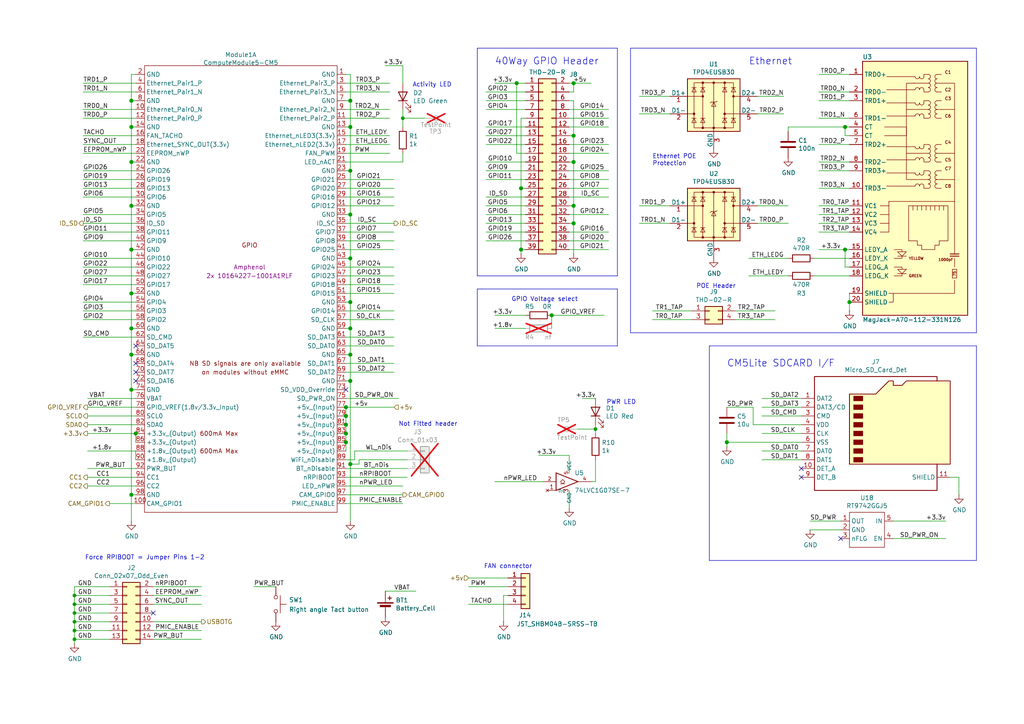
<source format=kicad_sch>
(kicad_sch (version 20250114) (generator "eeschema") (generator_version "9.0")
  (paper "A4")
  (title_block (title "Compute Module 5 IO Board - GPIO - Ethernet") (rev "1") (company "Copyright © 2024 Raspberry Pi Ltd.") (comment 1 "www.raspberrypi.com"))
  (text "40Way GPIO Header" (at 143.51 19.05 0) (effects (font (size 2.007 2.007)) (justify left bottom)))
  (text "Activity LED" (at 119.634 25.4 0) (effects (font (size 1.27 1.27)) (justify left bottom)))
  (text "FAN connector\n" (at 140.335 165.1 0) (effects (font (size 1.27 1.27)) (justify left bottom)))
  (text "Ethernet POE\nProtection" (at 189.23 48.26 0) (effects (font (size 1.27 1.27)) (justify left bottom)))
  (text "GPIO Voltage select\n" (at 167.64 87.63 0) (effects (font (size 1.27 1.27)) (justify right bottom)))
  (text "Not Fitted header" (at 132.715 123.825 0) (effects (font (size 1.27 1.27)) (justify right bottom)))
  (text "POE Header" (at 201.93 83.82 0) (effects (font (size 1.27 1.27)) (justify left bottom)))
  (text "Force RPIBOOT = Jumper Pins 1-2 \n" (at 60.325 162.56 0) (effects (font (size 1.27 1.27)) (justify right bottom)))
  (text "PWR LED" (at 175.895 117.475 0) (effects (font (size 1.27 1.27)) (justify left bottom)))
  (text "Ethernet" (at 217.17 19.05 0) (effects (font (size 2.0066 2.0066)) (justify left bottom)))
  (text "CM5Lite SDCARD I/F" (at 210.82 106.68 0) (effects (font (size 2.007 2.007)) (justify left bottom)))
  (junction (at 101.6 36.83) (diameter 1.016))
  (junction (at 245.11 72.39) (diameter 1.016))
  (junction (at 101.6 29.21) (diameter 1.016))
  (junction (at 101.6 102.87) (diameter 1.016))
  (junction (at 38.1 113.03) (diameter 1.016))
  (junction (at 246.38 87.63) (diameter 1.016))
  (junction (at 38.1 46.99) (diameter 1.016))
  (junction (at 100.33 125.73) (diameter 1.016))
  (junction (at 151.13 54.61) (diameter 1.016))
  (junction (at 166.37 39.37) (diameter 1.016))
  (junction (at 21.59 175.26))
  (junction (at 38.1 72.39) (diameter 1.016))
  (junction (at 100.33 123.19) (diameter 1.016))
  (junction (at 38.1 143.51) (diameter 1.016))
  (junction (at 166.37 59.69) (diameter 1.016))
  (junction (at 38.1 59.69) (diameter 1.016))
  (junction (at 101.6 62.23) (diameter 1.016))
  (junction (at 38.1 95.25) (diameter 1.016))
  (junction (at 100.33 118.11) (diameter 1.016))
  (junction (at 101.6 95.25) (diameter 1.016))
  (junction (at 166.37 64.77) (diameter 1.016))
  (junction (at 210.82 128.27) (diameter 1.016))
  (junction (at 166.37 24.13) (diameter 1.016))
  (junction (at 101.6 87.63) (diameter 1.016))
  (junction (at 166.37 46.99) (diameter 1.016))
  (junction (at 38.1 85.09) (diameter 1.016))
  (junction (at 100.33 120.65) (diameter 1.016))
  (junction (at 172.72 124.46))
  (junction (at 38.1 36.83) (diameter 1.016))
  (junction (at 39.37 125.73) (diameter 1.016))
  (junction (at 21.59 172.72))
  (junction (at 38.1 102.87) (diameter 1.016))
  (junction (at 160.02 91.44) (diameter 1.016))
  (junction (at 38.1 29.21) (diameter 1.016))
  (junction (at 21.59 177.8))
  (junction (at 245.11 36.83) (diameter 1.016))
  (junction (at 100.33 128.27) (diameter 1.016))
  (junction (at 116.84 34.29))
  (junction (at 151.13 72.39) (diameter 1.016))
  (junction (at 21.59 185.42))
  (junction (at 101.6 110.49) (diameter 1.016))
  (junction (at 101.6 134.62) (diameter 1.016))
  (junction (at 101.6 49.53) (diameter 1.016))
  (junction (at 21.59 182.88))
  (junction (at 21.59 180.34))
  (junction (at 101.6 74.93) (diameter 1.016))
  (junction (at 149.86 24.13) (diameter 1.016))
  (no_connect (at 39.37 107.95))
  (no_connect (at 100.33 113.03))
  (no_connect (at 39.37 100.33))
  (no_connect (at 243.84 156.21))
  (no_connect (at 39.37 105.41))
  (no_connect (at 232.41 138.43))
  (no_connect (at 232.41 135.89))
  (no_connect (at 44.45 177.8))
  (no_connect (at 39.37 110.49))
  (wire (pts (xy 275.59 138.43) (xy 278.13 138.43)))
  (wire (pts (xy 101.6 110.49) (xy 101.6 134.62)))
  (polyline (pts (xy 138.43 13.97) (xy 138.43 80.01)) (stroke (width 0) (type solid)))
  (wire (pts (xy 44.45 175.26) (xy 58.42 175.26)))
  (polyline (pts (xy 138.43 80.01) (xy 179.07 80.01)) (stroke (width 0) (type solid)))
  (wire (pts (xy 100.33 135.89) (xy 118.11 135.89)))
  (wire (pts (xy 100.33 102.87) (xy 101.6 102.87)))
  (wire (pts (xy 24.13 90.17) (xy 39.37 90.17)))
  (wire (pts (xy 39.37 133.35) (xy 39.37 130.81)))
  (wire (pts (xy 237.49 41.91) (xy 246.38 41.91)))
  (wire (pts (xy 165.1 52.07) (xy 176.53 52.07)))
  (wire (pts (xy 24.13 44.45) (xy 39.37 44.45)))
  (wire (pts (xy 100.33 95.25) (xy 101.6 95.25)))
  (wire (pts (xy 165.1 34.29) (xy 176.53 34.29)))
  (wire (pts (xy 101.6 102.87) (xy 101.6 110.49)))
  (wire (pts (xy 100.33 100.33) (xy 114.3 100.33)))
  (wire (pts (xy 217.17 74.93) (xy 228.6 74.93)))
  (wire (pts (xy 39.37 128.27) (xy 39.37 125.73)))
  (wire (pts (xy 21.59 172.72) (xy 31.75 172.72)))
  (wire (pts (xy 111.76 171.45) (xy 120.65 171.45)))
  (wire (pts (xy 100.33 118.11) (xy 114.3 118.11)))
  (wire (pts (xy 101.6 36.83) (xy 101.6 49.53)))
  (wire (pts (xy 44.45 172.72) (xy 58.42 172.72)))
  (polyline (pts (xy 179.07 83.82) (xy 179.07 100.33)) (stroke (width 0) (type solid)))
  (wire (pts (xy 24.13 92.71) (xy 39.37 92.71)))
  (wire (pts (xy 116.84 36.83) (xy 116.84 34.29)))
  (wire (pts (xy 24.13 31.75) (xy 39.37 31.75)))
  (wire (pts (xy 24.13 77.47) (xy 39.37 77.47)))
  (wire (pts (xy 100.33 29.21) (xy 101.6 29.21)))
  (wire (pts (xy 220.98 120.65) (xy 232.41 120.65)))
  (wire (pts (xy 21.59 170.18) (xy 31.75 170.18)))
  (wire (pts (xy 100.33 90.17) (xy 114.3 90.17)))
  (wire (pts (xy 21.59 185.42) (xy 31.75 185.42)))
  (wire (pts (xy 24.13 82.55) (xy 39.37 82.55)))
  (wire (pts (xy 166.37 64.77) (xy 166.37 59.69)))
  (wire (pts (xy 24.13 80.01) (xy 39.37 80.01)))
  (wire (pts (xy 100.33 34.29) (xy 113.03 34.29)))
  (wire (pts (xy 39.37 36.83) (xy 38.1 36.83)))
  (wire (pts (xy 100.33 44.45) (xy 113.03 44.45)))
  (wire (pts (xy 100.33 31.75) (xy 113.03 31.75)))
  (wire (pts (xy 102.87 133.35) (xy 102.87 130.81)))
  (wire (pts (xy 24.13 67.31) (xy 39.37 67.31)))
  (wire (pts (xy 237.49 59.69) (xy 246.38 59.69)))
  (wire (pts (xy 104.14 133.35) (xy 118.11 133.35)))
  (wire (pts (xy 100.33 87.63) (xy 101.6 87.63)))
  (wire (pts (xy 166.37 39.37) (xy 166.37 46.99)))
  (wire (pts (xy 24.13 39.37) (xy 39.37 39.37)))
  (wire (pts (xy 39.37 21.59) (xy 38.1 21.59)))
  (wire (pts (xy 101.6 21.59) (xy 101.6 29.21)))
  (wire (pts (xy 236.22 80.01) (xy 246.38 80.01)))
  (wire (pts (xy 101.6 29.21) (xy 101.6 36.83)))
  (wire (pts (xy 38.1 143.51) (xy 38.1 151.13)))
  (wire (pts (xy 165.1 67.31) (xy 176.53 67.31)))
  (wire (pts (xy 146.05 172.72) (xy 146.05 180.34)))
  (wire (pts (xy 219.71 33.02) (xy 227.33 33.02)))
  (wire (pts (xy 165.1 142.24) (xy 165.1 147.32)))
  (wire (pts (xy 100.33 57.15) (xy 114.3 57.15)))
  (wire (pts (xy 167.64 124.46) (xy 172.72 124.46)))
  (wire (pts (xy 165.1 137.16) (xy 165.1 132.08)))
  (wire (pts (xy 100.33 143.51) (xy 116.84 143.51)))
  (wire (pts (xy 166.37 46.99) (xy 165.1 46.99)))
  (wire (pts (xy 100.33 107.95) (xy 114.3 107.95)))
  (wire (pts (xy 100.33 80.01) (xy 114.3 80.01)))
  (wire (pts (xy 151.13 72.39) (xy 151.13 73.66)))
  (wire (pts (xy 25.4 138.43) (xy 39.37 138.43)))
  (wire (pts (xy 101.6 95.25) (xy 101.6 102.87)))
  (wire (pts (xy 38.1 72.39) (xy 38.1 85.09)))
  (wire (pts (xy 213.36 92.71) (xy 224.79 92.71)))
  (wire (pts (xy 210.82 128.27) (xy 232.41 128.27)))
  (wire (pts (xy 101.6 49.53) (xy 101.6 62.23)))
  (wire (pts (xy 143.51 95.25) (xy 152.4 95.25)))
  (wire (pts (xy 24.13 74.93) (xy 39.37 74.93)))
  (polyline (pts (xy 182.88 13.97) (xy 283.21 13.97)) (stroke (width 0) (type solid)))
  (wire (pts (xy 100.33 140.97) (xy 116.84 140.97)))
  (wire (pts (xy 165.1 36.83) (xy 176.53 36.83)))
  (wire (pts (xy 149.86 44.45) (xy 152.4 44.45)))
  (wire (pts (xy 39.37 29.21) (xy 38.1 29.21)))
  (wire (pts (xy 21.59 180.34) (xy 31.75 180.34)))
  (wire (pts (xy 213.36 90.17) (xy 224.79 90.17)))
  (wire (pts (xy 44.45 182.88) (xy 58.42 182.88)))
  (polyline (pts (xy 179.07 13.97) (xy 138.43 13.97)) (stroke (width 0) (type solid)))
  (wire (pts (xy 25.4 140.97) (xy 39.37 140.97)))
  (wire (pts (xy 25.4 135.89) (xy 39.37 135.89)))
  (wire (pts (xy 189.23 90.17) (xy 200.66 90.17)))
  (wire (pts (xy 100.33 128.27) (xy 100.33 130.81)))
  (wire (pts (xy 44.45 170.18) (xy 58.42 170.18)))
  (wire (pts (xy 243.84 153.67) (xy 234.95 153.67)))
  (wire (pts (xy 246.38 36.83) (xy 245.11 36.83)))
  (wire (pts (xy 194.31 64.77) (xy 185.42 64.77)))
  (wire (pts (xy 140.97 49.53) (xy 152.4 49.53)))
  (wire (pts (xy 100.33 41.91) (xy 113.03 41.91)))
  (wire (pts (xy 21.59 177.8) (xy 21.59 180.34)))
  (wire (pts (xy 100.33 115.57) (xy 115.57 115.57)))
  (wire (pts (xy 114.3 97.79) (xy 100.33 97.79)))
  (wire (pts (xy 24.13 26.67) (xy 39.37 26.67)))
  (wire (pts (xy 166.37 24.13) (xy 171.45 24.13)))
  (wire (pts (xy 217.17 80.01) (xy 228.6 80.01)))
  (wire (pts (xy 24.13 49.53) (xy 39.37 49.53)))
  (wire (pts (xy 243.84 151.13) (xy 234.95 151.13)))
  (wire (pts (xy 140.97 59.69) (xy 152.4 59.69)))
  (wire (pts (xy 100.33 120.65) (xy 100.33 123.19)))
  (wire (pts (xy 237.49 26.67) (xy 246.38 26.67)))
  (wire (pts (xy 100.33 74.93) (xy 101.6 74.93)))
  (wire (pts (xy 100.33 39.37) (xy 113.03 39.37)))
  (wire (pts (xy 140.97 67.31) (xy 152.4 67.31)))
  (wire (pts (xy 210.82 125.73) (xy 210.82 128.27)))
  (wire (pts (xy 165.1 41.91) (xy 176.53 41.91)))
  (polyline (pts (xy 139.7 83.82) (xy 179.07 83.82)) (stroke (width 0) (type solid)))
  (polyline (pts (xy 283.21 162.56) (xy 205.74 162.56)) (stroke (width 0) (type solid)))
  (wire (pts (xy 140.97 46.99) (xy 152.4 46.99)))
  (wire (pts (xy 100.33 138.43) (xy 118.11 138.43)))
  (wire (pts (xy 38.1 95.25) (xy 39.37 95.25)))
  (wire (pts (xy 44.45 185.42) (xy 58.42 185.42)))
  (wire (pts (xy 218.44 123.19) (xy 218.44 118.11)))
  (wire (pts (xy 38.1 102.87) (xy 38.1 113.03)))
  (wire (pts (xy 38.1 85.09) (xy 38.1 95.25)))
  (wire (pts (xy 31.75 146.05) (xy 39.37 146.05)))
  (wire (pts (xy 116.84 19.05) (xy 116.84 24.13)))
  (wire (pts (xy 152.4 34.29) (xy 151.13 34.29)))
  (wire (pts (xy 237.49 64.77) (xy 246.38 64.77)))
  (wire (pts (xy 21.59 175.26) (xy 31.75 175.26)))
  (wire (pts (xy 116.84 34.29) (xy 116.84 31.75)))
  (wire (pts (xy 236.22 74.93) (xy 246.38 74.93)))
  (wire (pts (xy 140.97 62.23) (xy 152.4 62.23)))
  (wire (pts (xy 237.49 29.21) (xy 246.38 29.21)))
  (wire (pts (xy 165.1 72.39) (xy 176.53 72.39)))
  (wire (pts (xy 165.1 24.13) (xy 166.37 24.13)))
  (wire (pts (xy 104.14 134.62) (xy 104.14 133.35)))
  (wire (pts (xy 101.6 134.62) (xy 101.6 151.13)))
  (wire (pts (xy 278.13 138.43) (xy 278.13 143.51)))
  (wire (pts (xy 38.1 59.69) (xy 38.1 72.39)))
  (wire (pts (xy 21.59 177.8) (xy 31.75 177.8)))
  (wire (pts (xy 38.1 113.03) (xy 39.37 113.03)))
  (wire (pts (xy 38.1 72.39) (xy 39.37 72.39)))
  (wire (pts (xy 24.13 54.61) (xy 39.37 54.61)))
  (wire (pts (xy 100.33 52.07) (xy 114.3 52.07)))
  (wire (pts (xy 246.38 87.63) (xy 246.38 90.17)))
  (wire (pts (xy 25.4 130.81) (xy 39.37 130.81)))
  (wire (pts (xy 24.13 97.79) (xy 39.37 97.79)))
  (wire (pts (xy 237.49 49.53) (xy 246.38 49.53)))
  (wire (pts (xy 24.13 24.13) (xy 39.37 24.13)))
  (polyline (pts (xy 283.21 100.33) (xy 283.21 162.56)) (stroke (width 0) (type solid)))
  (wire (pts (xy 100.33 62.23) (xy 101.6 62.23)))
  (wire (pts (xy 143.51 24.13) (xy 149.86 24.13)))
  (wire (pts (xy 246.38 85.09) (xy 246.38 87.63)))
  (wire (pts (xy 100.33 24.13) (xy 113.03 24.13)))
  (wire (pts (xy 100.33 36.83) (xy 101.6 36.83)))
  (wire (pts (xy 38.1 95.25) (xy 38.1 102.87)))
  (wire (pts (xy 172.72 133.35) (xy 172.72 139.7)))
  (wire (pts (xy 39.37 143.51) (xy 38.1 143.51)))
  (wire (pts (xy 24.13 57.15) (xy 39.37 57.15)))
  (wire (pts (xy 166.37 64.77) (xy 166.37 73.66)))
  (wire (pts (xy 185.42 59.69) (xy 194.31 59.69)))
  (wire (pts (xy 245.11 39.37) (xy 245.11 36.83)))
  (wire (pts (xy 220.98 130.81) (xy 232.41 130.81)))
  (wire (pts (xy 25.4 123.19) (xy 39.37 123.19)))
  (wire (pts (xy 38.1 113.03) (xy 38.1 143.51)))
  (wire (pts (xy 165.1 132.08) (xy 156.21 132.08)))
  (wire (pts (xy 237.49 72.39) (xy 245.11 72.39)))
  (wire (pts (xy 172.72 123.19) (xy 172.72 124.46)))
  (wire (pts (xy 228.6 36.83) (xy 245.11 36.83)))
  (wire (pts (xy 102.87 130.81) (xy 118.11 130.81)))
  (wire (pts (xy 100.33 146.05) (xy 116.84 146.05)))
  (wire (pts (xy 220.98 115.57) (xy 232.41 115.57)))
  (wire (pts (xy 100.33 64.77) (xy 114.3 64.77)))
  (wire (pts (xy 140.97 36.83) (xy 152.4 36.83)))
  (wire (pts (xy 259.08 151.13) (xy 274.32 151.13)))
  (wire (pts (xy 101.6 87.63) (xy 101.6 95.25)))
  (wire (pts (xy 147.32 172.72) (xy 146.05 172.72)))
  (wire (pts (xy 100.33 54.61) (xy 114.3 54.61)))
  (wire (pts (xy 245.11 77.47) (xy 245.11 72.39)))
  (wire (pts (xy 237.49 21.59) (xy 246.38 21.59)))
  (wire (pts (xy 116.84 46.99) (xy 116.84 44.45)))
  (wire (pts (xy 100.33 133.35) (xy 102.87 133.35)))
  (wire (pts (xy 100.33 69.85) (xy 114.3 69.85)))
  (wire (pts (xy 114.3 105.41) (xy 100.33 105.41)))
  (polyline (pts (xy 283.21 96.52) (xy 182.88 96.52)) (stroke (width 0) (type solid)))
  (wire (pts (xy 25.4 118.11) (xy 39.37 118.11)))
  (wire (pts (xy 140.97 29.21) (xy 152.4 29.21)))
  (wire (pts (xy 219.71 27.94) (xy 227.33 27.94)))
  (wire (pts (xy 21.59 180.34) (xy 21.59 182.88)))
  (polyline (pts (xy 182.88 96.52) (xy 182.88 13.97)) (stroke (width 0) (type solid)))
  (wire (pts (xy 100.33 85.09) (xy 114.3 85.09)))
  (polyline (pts (xy 205.74 162.56) (xy 205.74 100.33)) (stroke (width 0) (type solid)))
  (wire (pts (xy 135.89 170.18) (xy 147.32 170.18)))
  (wire (pts (xy 143.51 91.44) (xy 152.4 91.44)))
  (wire (pts (xy 140.97 26.67) (xy 152.4 26.67)))
  (wire (pts (xy 166.37 59.69) (xy 166.37 46.99)))
  (wire (pts (xy 24.13 34.29) (xy 39.37 34.29)))
  (wire (pts (xy 25.4 115.57) (xy 39.37 115.57)))
  (wire (pts (xy 165.1 31.75) (xy 176.53 31.75)))
  (wire (pts (xy 165.1 62.23) (xy 176.53 62.23)))
  (wire (pts (xy 140.97 57.15) (xy 152.4 57.15)))
  (wire (pts (xy 185.42 27.94) (xy 194.31 27.94)))
  (wire (pts (xy 25.4 125.73) (xy 39.37 125.73)))
  (wire (pts (xy 165.1 59.69) (xy 166.37 59.69)))
  (wire (pts (xy 100.33 59.69) (xy 114.3 59.69)))
  (wire (pts (xy 166.37 39.37) (xy 165.1 39.37)))
  (wire (pts (xy 245.11 72.39) (xy 246.38 72.39)))
  (wire (pts (xy 135.89 175.26) (xy 147.32 175.26)))
  (polyline (pts (xy 205.74 100.33) (xy 283.21 100.33)) (stroke (width 0) (type solid)))
  (wire (pts (xy 151.13 34.29) (xy 151.13 54.61)))
  (wire (pts (xy 114.3 92.71) (xy 100.33 92.71)))
  (wire (pts (xy 100.33 67.31) (xy 114.3 67.31)))
  (wire (pts (xy 140.97 31.75) (xy 152.4 31.75)))
  (wire (pts (xy 140.97 39.37) (xy 152.4 39.37)))
  (polyline (pts (xy 179.07 13.97) (xy 179.07 80.01)) (stroke (width 0) (type solid)))
  (polyline (pts (xy 283.21 13.97) (xy 283.21 96.52)) (stroke (width 0) (type solid)))
  (wire (pts (xy 149.86 24.13) (xy 149.86 44.45)))
  (wire (pts (xy 21.59 182.88) (xy 31.75 182.88)))
  (wire (pts (xy 166.37 29.21) (xy 166.37 39.37)))
  (wire (pts (xy 24.13 64.77) (xy 39.37 64.77)))
  (wire (pts (xy 172.72 139.7) (xy 171.45 139.7)))
  (wire (pts (xy 165.1 26.67) (xy 166.37 26.67)))
  (wire (pts (xy 25.4 120.65) (xy 39.37 120.65)))
  (wire (pts (xy 38.1 36.83) (xy 38.1 46.99)))
  (wire (pts (xy 100.33 46.99) (xy 116.84 46.99)))
  (wire (pts (xy 151.13 72.39) (xy 152.4 72.39)))
  (wire (pts (xy 185.42 33.02) (xy 194.31 33.02)))
  (wire (pts (xy 24.13 52.07) (xy 39.37 52.07)))
  (wire (pts (xy 151.13 54.61) (xy 152.4 54.61)))
  (polyline (pts (xy 138.43 100.33) (xy 138.43 83.82)) (stroke (width 0) (type solid)))
  (wire (pts (xy 160.02 91.44) (xy 175.26 91.44)))
  (wire (pts (xy 140.97 69.85) (xy 152.4 69.85)))
  (wire (pts (xy 237.49 67.31) (xy 246.38 67.31)))
  (wire (pts (xy 219.71 59.69) (xy 228.6 59.69)))
  (wire (pts (xy 172.72 115.57) (xy 168.91 115.57)))
  (wire (pts (xy 21.59 185.42) (xy 21.59 186.69)))
  (wire (pts (xy 100.33 72.39) (xy 114.3 72.39)))
  (wire (pts (xy 38.1 29.21) (xy 38.1 36.83)))
  (wire (pts (xy 100.33 21.59) (xy 101.6 21.59)))
  (wire (pts (xy 165.1 49.53) (xy 176.53 49.53)))
  (wire (pts (xy 237.49 34.29) (xy 246.38 34.29)))
  (wire (pts (xy 100.33 110.49) (xy 101.6 110.49)))
  (wire (pts (xy 246.38 77.47) (xy 245.11 77.47)))
  (wire (pts (xy 143.51 139.7) (xy 157.48 139.7)))
  (wire (pts (xy 24.13 69.85) (xy 39.37 69.85)))
  (wire (pts (xy 24.13 87.63) (xy 39.37 87.63)))
  (wire (pts (xy 100.33 118.11) (xy 100.33 120.65)))
  (wire (pts (xy 21.59 170.18) (xy 21.59 172.72)))
  (wire (pts (xy 111.76 19.05) (xy 116.84 19.05)))
  (wire (pts (xy 210.82 128.27) (xy 210.82 129.54)))
  (wire (pts (xy 100.33 49.53) (xy 101.6 49.53)))
  (wire (pts (xy 151.13 54.61) (xy 151.13 72.39)))
  (wire (pts (xy 100.33 26.67) (xy 113.03 26.67)))
  (wire (pts (xy 232.41 123.19) (xy 218.44 123.19)))
  (wire (pts (xy 165.1 44.45) (xy 176.53 44.45)))
  (wire (pts (xy 24.13 62.23) (xy 39.37 62.23)))
  (wire (pts (xy 237.49 46.99) (xy 246.38 46.99)))
  (wire (pts (xy 237.49 62.23) (xy 246.38 62.23)))
  (wire (pts (xy 219.71 64.77) (xy 228.6 64.77)))
  (wire (pts (xy 24.13 41.91) (xy 39.37 41.91)))
  (wire (pts (xy 259.08 156.21) (xy 274.32 156.21)))
  (wire (pts (xy 21.59 172.72) (xy 21.59 175.26)))
  (wire (pts (xy 189.23 92.71) (xy 200.66 92.71)))
  (wire (pts (xy 101.6 74.93) (xy 101.6 87.63)))
  (polyline (pts (xy 139.7 83.82) (xy 138.43 83.82)) (stroke (width 0) (type solid)))
  (wire (pts (xy 100.33 123.19) (xy 100.33 125.73)))
  (wire (pts (xy 228.6 38.1) (xy 228.6 36.83)))
  (wire (pts (xy 232.41 118.11) (xy 220.98 118.11)))
  (wire (pts (xy 140.97 64.77) (xy 152.4 64.77)))
  (wire (pts (xy 38.1 46.99) (xy 39.37 46.99)))
  (wire (pts (xy 140.97 52.07) (xy 152.4 52.07)))
  (wire (pts (xy 73.66 170.18) (xy 80.01 170.18)))
  (wire (pts (xy 237.49 54.61) (xy 246.38 54.61)))
  (wire (pts (xy 140.97 41.91) (xy 152.4 41.91)))
  (wire (pts (xy 38.1 21.59) (xy 38.1 29.21)))
  (wire (pts (xy 135.89 167.64) (xy 147.32 167.64)))
  (wire (pts (xy 38.1 85.09) (xy 39.37 85.09)))
  (wire (pts (xy 165.1 64.77) (xy 166.37 64.77)))
  (wire (pts (xy 100.33 125.73) (xy 100.33 128.27)))
  (wire (pts (xy 160.02 91.44) (xy 160.02 95.25)))
  (wire (pts (xy 100.33 77.47) (xy 114.3 77.47)))
  (wire (pts (xy 38.1 102.87) (xy 39.37 102.87)))
  (wire (pts (xy 38.1 59.69) (xy 39.37 59.69)))
  (polyline (pts (xy 179.07 100.33) (xy 139.7 100.33)) (stroke (width 0) (type solid)))
  (wire (pts (xy 152.4 24.13) (xy 149.86 24.13)))
  (wire (pts (xy 165.1 69.85) (xy 176.53 69.85)))
  (wire (pts (xy 172.72 124.46) (xy 172.72 125.73)))
  (wire (pts (xy 210.82 118.11) (xy 218.44 118.11)))
  (wire (pts (xy 246.38 39.37) (xy 245.11 39.37)))
  (wire (pts (xy 232.41 125.73) (xy 220.98 125.73)))
  (wire (pts (xy 166.37 26.67) (xy 166.37 24.13)))
  (wire (pts (xy 232.41 133.35) (xy 220.98 133.35)))
  (wire (pts (xy 44.45 180.34) (xy 58.42 180.34)))
  (wire (pts (xy 21.59 182.88) (xy 21.59 185.42)))
  (wire (pts (xy 100.33 82.55) (xy 114.3 82.55)))
  (wire (pts (xy 116.84 34.29) (xy 123.19 34.29)))
  (wire (pts (xy 101.6 62.23) (xy 101.6 74.93)))
  (wire (pts (xy 38.1 46.99) (xy 38.1 59.69)))
  (wire (pts (xy 165.1 57.15) (xy 176.53 57.15)))
  (wire (pts (xy 21.59 175.26) (xy 21.59 177.8)))
  (wire (pts (xy 101.6 134.62) (xy 104.14 134.62)))
  (wire (pts (xy 165.1 54.61) (xy 176.53 54.61)))
  (wire (pts (xy 165.1 29.21) (xy 166.37 29.21)))
  (polyline (pts (xy 138.43 100.33) (xy 139.7 100.33)) (stroke (width 0) (type solid)))
  (label "+1.8v" (at 148.59 95.25 180))
  (label "GPIO24" (at 175.26 44.45 180))
  (label "SD_DAT2" (at 111.76 107.95 180))
  (label "+5v" (at 170.18 24.13 180))
  (label "GPIO5" (at 24.13 62.23 0))
  (label "TRD3_N" (at 103.124 26.67 0))
  (label "GPIO2" (at 24.13 92.71 0))
  (label "GPIO9" (at 24.13 69.85 0))
  (label "TRD3_N" (at 245.11 54.61 180))
  (label "ETH_LEDG" (at 103.124 41.91 0))
  (label "SD_DAT1" (at 111.76 105.41 180))
  (label "TRD1_N" (at 193.04 64.77 180))
  (label "+3.3v" (at 148.59 24.13 180))
  (label "GPIO10" (at 24.13 74.93 0))
  (label "TRD3_P" (at 103.124 24.13 0))
  (label "GPIO6" (at 24.13 57.15 0))
  (label "TRD0_P" (at 227.33 64.77 180))
  (label "TRD3_P" (at 193.04 27.94 180))
  (label "GPIO8" (at 173.99 52.07 180))
  (label "GPIO20" (at 110.49 54.61 180))
  (label "SD_DAT2" (at 223.52 115.57 0))
  (label "GPIO25" (at 110.49 72.39 180))
  (label "GPIO2" (at 147.32 26.67 180))
  (label "SD_DAT0" (at 111.76 100.33 180))
  (label "GPIO26" (at 148.59 69.85 180))
  (label "GPIO15" (at 110.49 85.09 180))
  (label "GPIO13" (at 24.13 54.61 0))
  (label "TRD1_P" (at 193.04 59.69 180))
  (label "GPIO7" (at 109.22 67.31 180))
  (label "GPIO14" (at 110.49 90.17 180))
  (label "BT_nDis" (at 112.8776 135.89 180))
  (label "SD_PWR_ON" (at 260.985 156.21 0))
  (label "GPIO7" (at 173.99 54.61 180))
  (label "ETH_LEDY" (at 103.124 39.37 0))
  (label "VBAT" (at 114.3 171.45 0))
  (label "TR1_TAP" (at 198.12 90.17 180))
  (label "SD_PWR_ON" (at 102.87 115.57 0))
  (label "PWM" (at 102.87 44.45 0))
  (label "GPIO4" (at 24.13 87.63 0))
  (label "GPIO10" (at 148.59 46.99 180))
  (label "TRD1_P" (at 24.13 24.13 0))
  (label "CC1" (at 27.94 138.43 0))
  (label "TRD1_P" (at 245.11 29.21 180))
  (label "WL_nDis" (at 113.665 130.81 180))
  (label "GPIO6" (at 147.32 62.23 180))
  (label "+3.3v" (at 274.32 151.13 180))
  (label "GPIO17" (at 148.59 36.83 180))
  (label "+3.3v" (at 116.84 19.05 180))
  (label "GPIO19" (at 148.59 67.31 180))
  (label "GND" (at 26.67 182.88 180))
  (label "SD_DAT3" (at 111.76 97.79 180))
  (label "GPIO27" (at 24.13 80.01 0))
  (label "EEPROM_nWP" (at 24.13 44.45 0))
  (label "GPIO_VREF" (at 25.4 118.11 0))
  (label "SD_PWR" (at 210.82 118.11 0))
  (label "GPIO9" (at 147.32 49.53 180))
  (label "GPIO20" (at 175.26 69.85 180))
  (label "TR0_TAP" (at 198.0184 92.71 180))
  (label "SD_DAT0" (at 223.52 130.81 0))
  (label "GPIO21" (at 110.49 52.07 180))
  (label "GPIO23" (at 110.49 80.01 180))
  (label "ID_SD" (at 147.32 57.15 180))
  (label "GPIO16" (at 175.26 67.31 180))
  (label "TRD0_N" (at 24.13 31.75 0))
  (label "TRD3_P" (at 245.11 49.53 180))
  (label "ETH_LEDY" (at 227.33 80.01 180))
  (label "TRD0_N" (at 227.33 59.69 180))
  (label "TRD2_N" (at 227.33 27.94 180))
  (label "ETH_LEDG" (at 227.33 74.93 180))
  (label "TRD0_N" (at 245.11 26.67 180))
  (label "TR2_TAP" (at 246.38 64.77 180))
  (label "GPIO22" (at 148.59 41.91 180))
  (label "+1.8v" (at 26.67 130.81 0))
  (label "SYNC_OUT" (at 54.61 175.26 180))
  (label "PWR_BUT" (at 73.66 170.18 0))
  (label "GPIO18" (at 175.26 36.83 180))
  (label "SD_DAT3" (at 223.52 118.11 0))
  (label "TR2_TAP" (at 221.9198 90.17 180))
  (label "SD_CLK" (at 110.49 92.71 180))
  (label "GND" (at 26.67 170.18 180))
  (label "GPIO16" (at 110.49 57.15 180))
  (label "GPIO12" (at 110.49 59.69 180))
  (label "GPIO23" (at 175.26 41.91 180))
  (label "+3.3v" (at 26.67 125.73 0))
  (label "SD_CMD" (at 223.52 120.65 0))
  (label "PWM" (at 136.525 170.18 0))
  (label "ID_SC" (at 173.99 57.15 180))
  (label "GPIO8" (at 109.22 69.85 180))
  (label "GPIO17" (at 24.13 82.55 0))
  (label "SYNC_OUT" (at 24.13 41.91 0))
  (label "nPWR_LED" (at 146.05 139.7 0))
  (label "SD_PWR" (at 234.95 151.13 0))
  (label "SD_DAT1" (at 223.52 133.35 0))
  (label "TRD0_P" (at 245.11 21.59 180))
  (label "GPIO18" (at 110.49 82.55 180))
  (label "TRD2_N" (at 102.87 31.75 0))
  (label "GPIO15" (at 175.26 34.29 180))
  (label "GPIO5" (at 147.32 59.69 180))
  (label "nPWR_LED" (at 104.14 140.97 0))
  (label "PMIC_ENABLE" (at 57.785 182.88 180))
  (label "TR3_TAP" (at 221.8944 92.71 180))
  (label "GPIO3" (at 147.32 29.21 180))
  (label "TRD0_P" (at 24.13 34.29 0))
  (label "nRPIBOOT" (at 54.356 170.18 180))
  (label "+3.3v" (at 148.59 91.44 180))
  (label "GND" (at 26.67 177.8 180))
  (label "GND" (at 26.67 185.42 180))
  (label "GPIO26" (at 24.13 49.53 0))
  (label "TACHO" (at 136.525 175.26 0))
  (label "PWR_BUT" (at 27.686 135.89 0))
  (label "GPIO12" (at 175.26 62.23 180))
  (label "+3.3v" (at 161.29 132.08 180))
  (label "nRPIBOOT" (at 104.14 138.43 0))
  (label "EEPROM_nWP" (at 57.658 172.72 180))
  (label "GPIO11" (at 24.13 67.31 0))
  (label "ID_SD" (at 24.13 64.77 0))
  (label "TRD1_N" (at 24.13 26.67 0))
  (label "GPIO24" (at 110.49 77.47 180))
  (label "GND" (at 26.67 175.26 180))
  (label "TRD3_N" (at 193.04 33.02 180))
  (label "GPIO27" (at 148.59 39.37 180))
  (label "TR1_TAP" (at 246.38 62.23 180))
  (label "VBAT" (at 30.48 115.57 180))
  (label "ID_SC" (at 109.22 64.77 180))
  (label "TRD2_P" (at 245.11 41.91 180))
  (label "GPIO21" (at 175.26 72.39 180))
  (label "CC2" (at 27.94 140.97 0))
  (label "GPIO14" (at 175.26 31.75 180))
  (label "TACHO" (at 24.13 39.37 0))
  (label "GPIO25" (at 175.26 49.53 180))
  (label "TRD2_N" (at 245.11 46.99 180))
  (label "TR0_TAP" (at 246.38 59.69 180))
  (label "+5v" (at 106.68 118.11 180))
  (label "SD_CMD" (at 24.13 97.79 0))
  (label "TRD1_N" (at 245.11 34.29 180))
  (label "PMIC_ENABLE" (at 116.84 146.05 180))
  (label "+3.3v" (at 172.72 115.57 180))
  (label "GPIO13" (at 148.59 64.77 180))
  (label "GPIO_VREF" (at 162.56 91.44 0))
  (label "TRD2_P" (at 103.124 34.29 0))
  (label "GND" (at 26.67 172.72 180))
  (label "GPIO19" (at 24.13 52.07 0))
  (label "GPIO11" (at 148.59 52.07 180))
  (label "PWR_BUT" (at 44.45 185.42 0))
  (label "TR3_TAP" (at 246.38 67.31 180))
  (label "SD_CLK" (at 223.52 125.73 0))
  (label "GND" (at 26.67 180.34 180))
  (label "GPIO4" (at 147.32 31.75 180))
  (label "+3.3v" (at 243.84 72.39 180))
  (label "GPIO22" (at 24.13 77.47 0))
  (label "TRD2_P" (at 227.33 33.02 180))
  (label "GPIO3" (at 24.13 90.17 0))
  (hierarchical_label "CC1" (shape output) (at 25.4 138.43 180))
  (hierarchical_label "ID_SD" (shape output) (at 24.13 64.77 180))
  (hierarchical_label "SDA0" (shape output) (at 25.4 123.19 180))
  (hierarchical_label "CAM_GPIO1" (shape output) (at 31.75 146.05 180))
  (hierarchical_label "CC2" (shape output) (at 25.4 140.97 180))
  (hierarchical_label "+3.3v" (shape output) (at 25.4 125.73 180))
  (hierarchical_label "GPIO_VREF" (shape output) (at 25.4 118.11 180))
  (hierarchical_label "ID_SC" (shape output) (at 114.3 64.77 0))
  (hierarchical_label "SCL0" (shape output) (at 25.4 120.65 180))
  (hierarchical_label "+5v" (shape input) (at 135.89 167.64 180))
  (hierarchical_label "CAM_GPIO0" (shape output) (at 116.84 143.51 0))
  (hierarchical_label "+5v" (shape input) (at 114.3 118.11 0))
  (hierarchical_label "USBOTG" (shape output) (at 58.42 180.34 0))
  (symbol (lib_id "CM5IO:74LVC1G07_copy") (at 165.1 139.7 0) (unit 1)
    (property "Reference" "U5" (at 166.624 137.16 0) (effects (justify left)))
    (property "Value" "74LVC1G07SE-7" (at 166.624 142.24 0) (effects (justify left)))
    (property "Footprint" "Package_TO_SOT_SMD:SOT-353_SC-70-5" (effects (hide yes)))
    (property "Datasheet" "https://www.diodes.com/assets/Datasheets/74LVC1G07.pdf" (effects (hide yes)))
    (property "Field4" "Farnell" (effects (hide yes)))
    (property "Field5" "2425492" (effects (hide yes)))
    (property "Field6" "74LVC1G07SE-7" (effects (hide yes)))
    (property "Field7" "Diodes" (effects (hide yes)))
    (property "Part Description" "Buffer, Non-Inverting 1 Element 1 Bit per Element Open Drain Output SOT-353" (effects (hide yes)))
  )
  (symbol (lib_id "CM5IO:RT9742GGJ5") (at 252.73 161.29 0) (unit 1)
    (property "Reference" "U18" (at 251.46 144.399 0))
    (property "Value" "RT9742GGJ5" (at 251.46 146.7104 0))
    (property "Footprint" "Package_TO_SOT_SMD:SOT-23-5" (effects (hide yes)))
    (property "Datasheet" "https://www.richtek.com/assets/product_file/RT9742/DS9742-00.pdf" (effects (hide yes)))
    (property "Field4" "Farnell" (effects (hide yes)))
    (property "Field5" "	2545875" (effects (hide yes)))
    (property "Field6" "RT9742GGJ5" (effects (hide yes)))
    (property "Field7" "RichTek" (effects (hide yes)))
    (property "Field8" "USWI00166" (effects (hide yes)))
    (property "Part Description" "	Power Switch/Driver 1:1 N-Channel 1A TSOT-23-5" (effects (hide yes)))
  )
  (symbol (lib_id "power:GND") (at 234.95 153.67 0) (unit 1)
    (property "Reference" "#PWR0113" (effects (hide yes)))
    (property "Value" "GND" (at 235.077 158.0642 0))
    (property "Description" "Power symbol creates a global label with name \"GND\" , ground" (effects (hide yes)))
  )
  (symbol (lib_id "CM5IO:ComputeModule5-CM5") (at 72.39 77.47 0) (unit 1)
    (property "Reference" "Module1" (at 69.85 15.875 0))
    (property "Value" "ComputeModule5-CM5" (at 69.85 18.1864 0))
    (property "Footprint" "CM5IO:Raspberry-Pi-5-Compute-Module" (effects (hide yes)))
    (property "Description" "RaspberryPi Compute module 5" (effects (hide yes)))
    (property "Field4" "Amphenol" (at 72.39 77.47 0))
    (property "Field5" "2x 10164227-1001A1RLF" (at 72.39 80.01 0))
    (property "Field6" "2x 10164227-1001A1RLF" (effects (hide yes)))
    (property "Field7" "Hirose" (effects (hide yes)))
    (property "Part Description" "	100 Position Connector Receptacle, Center Strip Contacts Surface Mount Gold" (effects (hide yes)))
  )
  (symbol (lib_id "Device:C") (at 228.6 41.91 0) (unit 1)
    (property "Reference" "C1" (at 231.521 40.7416 0) (effects (justify left)))
    (property "Value" "100n" (at 231.521 43.053 0) (effects (justify left)))
    (property "Footprint" "Capacitor_SMD:C_0402_1005Metric" (effects (hide yes)))
    (property "Datasheet" "https://search.murata.co.jp/Ceramy/image/img/A01X/G101/ENG/GRM155R71C104KA88-01.pdf" (effects (hide yes)))
    (property "Field4" "Farnell" (effects (hide yes)))
    (property "Field5" "2611911" (effects (hide yes)))
    (property "Field6" "RM EMK105 B7104KV-F" (effects (hide yes)))
    (property "Field7" "TAIYO YUDEN EUROPE GMBH" (effects (hide yes)))
    (property "Part Description" "	0.1uF 10% 16V Ceramic Capacitor X7R 0402 (1005 Metric)" (effects (hide yes)))
    (property "Field8" "110091611" (effects (hide yes)))
  )
  (symbol (lib_id "power:GND") (at 228.6 45.72 0) (unit 1)
    (property "Reference" "#PWR0101" (effects (hide yes)))
    (property "Value" "GND" (at 228.727 50.1142 0))
    (property "Description" "Power symbol creates a global label with name \"GND\" , ground" (effects (hide yes)))
  )
  (symbol (lib_id "Connector_Generic:Conn_02x02_Odd_Even") (at 205.74 90.17 0) (unit 1)
    (property "Reference" "J9" (at 207.01 84.6582 0))
    (property "Value" "THD-02-R" (at 207.01 86.9696 0))
    (property "Footprint" "Connector_PinHeader_2.54mm:PinHeader_2x02_P2.54mm_Vertical" (effects (hide yes)))
    (property "Datasheet" "https://www.toby.co.uk/uploads/publications/1673.pdf" (effects (hide yes)))
    (property "Field4" "Toby" (effects (hide yes)))
    (property "Field5" "THD-02-R" (effects (hide yes)))
    (property "Field6" "151-604-425-761" (effects (hide yes)))
    (property "Field7" "EDAC" (effects (hide yes)))
    (property "Field8" "UCON00791" (effects (hide yes)))
    (property "Part Description" "PinHeader_2x02_P2.54mm_Vertical" (effects (hide yes)))
  )
  (symbol (lib_id "Connector_Generic:Conn_02x20_Odd_Even") (at 157.48 46.99 0) (unit 1)
    (property "Reference" "J8" (at 166.37 21.59 0))
    (property "Value" "THD-20-R" (at 158.75 20.9296 0))
    (property "Footprint" "Connector_PinHeader_2.54mm:PinHeader_2x20_P2.54mm_Vertical" (effects (hide yes)))
    (property "Datasheet" "https://www.toby.co.uk/uploads/publications/1673.pdf" (effects (hide yes)))
    (property "Field4" "Toby" (effects (hide yes)))
    (property "Field5" "THD-20-R" (effects (hide yes)))
    (property "Field6" "THD-20-R" (effects (hide yes)))
    (property "Field7" "Toby" (effects (hide yes)))
    (property "Field8" "UCON00511" (effects (hide yes)))
    (property "Part Description" "PinHeader_2x20_P2.54mm_Vertical" (effects (hide yes)))
  )
  (symbol (lib_id "Device:C") (at 210.82 121.92 0) (unit 1)
    (property "Reference" "C5" (at 213.741 120.7516 0) (effects (justify left)))
    (property "Value" "10u" (at 213.741 123.063 0) (effects (justify left)))
    (property "Footprint" "Capacitor_SMD:C_0805_2012Metric" (effects (hide yes)))
    (property "Datasheet" "https://search.murata.co.jp/Ceramy/image/img/A01X/G101/ENG/GRM21BR71A106KA73-01.pdf" (effects (hide yes)))
    (property "Field5" "490-14381-1-ND" (effects (hide yes)))
    (property "Field4" "Digikey" (effects (hide yes)))
    (property "Field6" "GRM21BR71A106KA73L" (effects (hide yes)))
    (property "Field7" "Murata" (effects (hide yes)))
    (property "Part Description" "	10uF 10% 10V Ceramic Capacitor X7R 0805 (2012 Metric)" (effects (hide yes)))
    (property "Field8" "111893011" (effects (hide yes)))
  )
  (symbol (lib_id "power:GND") (at 166.37 73.66 0) (unit 1)
    (property "Reference" "#PWR0102" (effects (hide yes)))
    (property "Value" "GND" (at 166.497 78.0542 0))
    (property "Description" "Power symbol creates a global label with name \"GND\" , ground" (effects (hide yes)))
  )
  (symbol (lib_id "power:GND") (at 151.13 73.66 0) (unit 1)
    (property "Reference" "#PWR0103" (effects (hide yes)))
    (property "Value" "GND" (at 151.257 78.0542 0))
    (property "Description" "Power symbol creates a global label with name \"GND\" , ground" (effects (hide yes)))
  )
  (symbol (lib_id "Device:R") (at 232.41 74.93 270) (unit 1)
    (property "Reference" "R2" (at 232.41 69.6722 90))
    (property "Value" "470R" (at 232.41 71.9836 90))
    (property "Footprint" "Resistor_SMD:R_0402_1005Metric" (effects (hide yes)))
    (property "Datasheet" "https://fscdn.rohm.com/en/products/databook/datasheet/passive/resistor/chip_resistor/mcr-e.pdf" (effects (hide yes)))
    (property "Field4" "Farnell" (effects (hide yes)))
    (property "Field5" "9239197" (effects (hide yes)))
    (property "Field7" "KOA EUROPE GMBH" (effects (hide yes)))
    (property "Field6" "RK73G1ETQTP4700D         " (effects (hide yes)))
    (property "Field8" "120887981" (effects (hide yes)))
    (property "Part Description" "Resistor 470R M1005 1% 63mW" (effects (hide yes)))
  )
  (symbol (lib_id "Device:R") (at 232.41 80.01 270) (unit 1)
    (property "Reference" "R3" (at 232.41 85.09 90))
    (property "Value" "470R" (at 232.41 82.55 90))
    (property "Footprint" "Resistor_SMD:R_0402_1005Metric" (effects (hide yes)))
    (property "Datasheet" "https://fscdn.rohm.com/en/products/databook/datasheet/passive/resistor/chip_resistor/mcr-e.pdf" (effects (hide yes)))
    (property "Field4" "Farnell" (effects (hide yes)))
    (property "Field5" "9239197" (effects (hide yes)))
    (property "Field7" "KOA EUROPE GMBH" (effects (hide yes)))
    (property "Field6" "RK73G1ETQTP4700D         " (effects (hide yes)))
    (property "Field8" "120887981" (effects (hide yes)))
    (property "Part Description" "Resistor 470R M1005 1% 63mW" (effects (hide yes)))
  )
  (symbol (lib_id "power:GND") (at 38.1 151.13 0) (unit 1)
    (property "Reference" "#PWR0104" (effects (hide yes)))
    (property "Value" "GND" (at 38.227 155.5242 0))
    (property "Description" "Power symbol creates a global label with name \"GND\" , ground" (effects (hide yes)))
  )
  (symbol (lib_id "power:GND") (at 101.6 151.13 0) (unit 1)
    (property "Reference" "#PWR0105" (effects (hide yes)))
    (property "Value" "GND" (at 101.727 155.5242 0))
    (property "Description" "Power symbol creates a global label with name \"GND\" , ground" (effects (hide yes)))
  )
  (symbol (lib_id "Device:LED") (at 116.84 27.94 90) (unit 1)
    (property "Reference" "D2" (at 119.8118 26.9494 90) (effects (justify right)))
    (property "Value" "LED Green" (at 119.8118 29.2608 90) (effects (justify right)))
    (property "Footprint" "LED_SMD:LED_0603_1608Metric" (effects (hide yes)))
    (property "Datasheet" "http://optoelectronics.liteon.com/upload/download/DS22-2000-226/LTST-S270KGKT.pdf" (effects (hide yes)))
    (property "Field4" "Digikey " (effects (hide yes)))
    (property "Field5" "LTST-S270KGKT" (effects (hide yes)))
    (property "Field6" "SML-A12M8TT86N" (effects (hide yes)))
    (property "Field7" "Rohm" (effects (hide yes)))
    (property "Field8" "650263301" (effects (hide yes)))
    (property "Part Description" "	Green 572nm LED Indication - Discrete 2.2V 2-SMD, No Lead" (effects (hide yes)))
  )
  (symbol (lib_id "Device:R") (at 116.84 40.64 0) (unit 1)
    (property "Reference" "R1" (at 118.618 39.4716 0) (effects (justify left)))
    (property "Value" "1k" (at 118.618 41.783 0) (effects (justify left)))
    (property "Footprint" "Resistor_SMD:R_0402_1005Metric" (effects (hide yes)))
    (property "Datasheet" "https://fscdn.rohm.com/en/products/databook/datasheet/passive/resistor/chip_resistor/mcr-e.pdf" (effects (hide yes)))
    (property "Field4" "Farnell" (effects (hide yes)))
    (property "Field5" "9239235" (effects (hide yes)))
    (property "Field7" "KOA EUROPE GMBH" (effects (hide yes)))
    (property "Field6" "RK73H1ETTP1001F" (effects (hide yes)))
    (property "Part Description" "Resistor 1K M1005 1% 63mW" (effects (hide yes)))
    (property "Field8" "125049511" (effects (hide yes)))
  )
  (symbol (lib_id "power:GND") (at 165.1 147.32 0) (unit 1)
    (property "Reference" "#PWR05" (effects (hide yes)))
    (property "Value" "GND" (at 165.227 151.7142 0))
    (property "Description" "Power symbol creates a global label with name \"GND\" , ground" (effects (hide yes)))
  )
  (symbol (lib_name "LED_1") (lib_id "Device:LED") (at 172.72 119.38 90) (unit 1)
    (property "Reference" "D1" (at 175.6918 118.3894 90) (effects (justify right)))
    (property "Value" "LED Red" (at 175.6918 120.7008 90) (effects (justify right)))
    (property "Footprint" "LED_SMD:LED_0603_1608Metric" (effects (hide yes)))
    (property "Datasheet" "http://optoelectronics.liteon.com/upload/download/DS22-2000-210/LTST-S270KRKT.pdf" (effects (hide yes)))
    (property "Field4" "Digikey " (effects (hide yes)))
    (property "Field5" "	LTST-S270KRKT" (effects (hide yes)))
    (property "Field6" "SML-A12U8TT86Q" (effects (hide yes)))
    (property "Field7" "Rohm" (effects (hide yes)))
    (property "Field8" "650295101" (effects (hide yes)))
    (property "Part Description" "	Red 620nm LED Indication - Discrete 2.2V 2-SMD, No Lead" (effects (hide yes)))
  )
  (symbol (lib_id "Device:R") (at 172.72 129.54 0) (unit 1)
    (property "Reference" "R10" (at 174.498 128.3716 0) (effects (justify left)))
    (property "Value" "1k" (at 174.498 130.683 0) (effects (justify left)))
    (property "Footprint" "Resistor_SMD:R_0402_1005Metric" (effects (hide yes)))
    (property "Datasheet" "https://fscdn.rohm.com/en/products/databook/datasheet/passive/resistor/chip_resistor/mcr-e.pdf" (effects (hide yes)))
    (property "Field4" "Farnell" (effects (hide yes)))
    (property "Field5" "9239235" (effects (hide yes)))
    (property "Field7" "KOA EUROPE GMBH" (effects (hide yes)))
    (property "Field6" "RK73H1ETTP1001F" (effects (hide yes)))
    (property "Part Description" "Resistor 1K M1005 1% 63mW" (effects (hide yes)))
    (property "Field8" "125049511" (effects (hide yes)))
  )
  (symbol (lib_id "CM5IO:TPD4EUSB30") (at 207.01 62.23 0) (unit 1)
    (property "Reference" "U2" (at 207.01 50.3682 0))
    (property "Value" "TPD4EUSB30" (at 207.01 52.6796 0))
    (property "Footprint" "Package_SON:USON-10_2.5x1.0mm_P0.5mm" (effects (hide yes)))
    (property "Datasheet" "http://www.ti.com/lit/ds/symlink/tpd2eusb30a.pdf" (effects (hide yes)))
    (property "Field4" "Farnell" (effects (hide yes)))
    (property "Field5" "2335455" (effects (hide yes)))
    (property "Field6" "CDDFN10-3324P-13" (effects (hide yes)))
    (property "Field7" "Bourns" (effects (hide yes)))
    (property "Field8" "UDIO00346" (effects (hide yes)))
    (property "Part Description" "Quad TVS diode for high speed signals (USB3, GigE etc.)" (effects (hide yes)))
  )
  (symbol (lib_id "Connector:TestPoint") (at 167.64 124.46 90) (unit 1) (in_bom no) (dnp yes)
    (property "Reference" "TP5" (at 165.2778 121.793 90) (effects (justify left)))
    (property "Value" "TestPoint" (at 170.3578 126.873 90) (effects (justify left)))
    (property "Footprint" "TestPoint:TestPoint_Pad_2.0x2.0mm" (effects (hide yes)))
    (property "Field4" "nf" (effects (hide yes)))
    (property "Field5" "nf" (effects (hide yes)))
    (property "Field6" "nf" (effects (hide yes)))
    (property "Field7" "nf" (effects (hide yes)))
    (property "Part Description" "Test point" (effects (hide yes)))
  )
  (symbol (lib_id "Device:R") (at 156.21 91.44 90) (unit 1)
    (property "Reference" "R5" (at 154.94 88.9 90) (effects (justify left)))
    (property "Value" "0R" (at 160.02 88.9 90) (effects (justify left)))
    (property "Footprint" "Resistor_SMD:R_0805_2012Metric_Pad1.20x1.40mm_HandSolder" (effects (hide yes)))
    (property "Datasheet" "https://fscdn.rohm.com/en/products/databook/datasheet/passive/resistor/chip_resistor/mcr-e.pdf" (effects (hide yes)))
    (property "Field4" "Farnell" (effects (hide yes)))
    (property "Field5" "9233750" (effects (hide yes)))
    (property "Field7" "Rohm" (effects (hide yes)))
    (property "Field6" "MCR10EZPJ000" (effects (hide yes)))
    (property "Part Description" "Resistor 0R M2012 5% " (effects (hide yes)))
    (property "Field8" "121629591" (effects (hide yes)))
  )
  (symbol (lib_id "Device:R") (at 156.21 95.25 90) (unit 1) (exclude_from_sim yes) (in_bom no) (dnp yes)
    (property "Reference" "R4" (at 154.94 97.79 90) (effects (justify left)))
    (property "Value" "nf" (at 160.02 97.79 90) (effects (justify left)))
    (property "Footprint" "Resistor_SMD:R_0805_2012Metric_Pad1.20x1.40mm_HandSolder" (effects (hide yes)))
    (property "Datasheet" "https://fscdn.rohm.com/en/products/databook/datasheet/passive/resistor/chip_resistor/mcr-e.pdf" (effects (hide yes)))
    (property "Field4" "nf" (effects (hide yes)))
    (property "Field5" "nf" (effects (hide yes)))
    (property "Field6" "nf" (effects (hide yes)))
  )
  (symbol (lib_id "Connector:Micro_SD_Card_Det2") (at 255.27 125.73 0) (unit 1)
    (property "Reference" "J7" (at 254 104.9782 0))
    (property "Value" "Micro_SD_Card_Det" (at 254 107.2896 0))
    (property "Footprint" "CM5IO:SDCARD_MOLEX_503398-1892" (effects (hide yes)))
    (property "Datasheet" "https://www.hirose.com/product/en/download_file/key_name/DM3/category/Catalog/doc_file_id/49662/?file_category_id=4&item_id=195&is_series=1" (effects (hide yes)))
    (property "Field4" "Farnell" (effects (hide yes)))
    (property "Field5" "2358234" (effects (hide yes)))
    (property "Field6" "503398-1892" (effects (hide yes)))
    (property "Field7" "Molex" (effects (hide yes)))
    (property "Part Description" "9 (8 + 1) Position Card Connector microSD™ Surface Mount, Right Angle Gold" (effects (hide yes)))
    (property "Field8" "UCON00512" (effects (hide yes)))
  )
  (symbol (lib_id "power:GND") (at 210.82 129.54 0) (unit 1)
    (property "Reference" "#PWR0107" (effects (hide yes)))
    (property "Value" "GND" (at 210.947 133.9342 0))
    (property "Description" "Power symbol creates a global label with name \"GND\" , ground" (effects (hide yes)))
  )
  (symbol (lib_id "power:GND") (at 278.13 143.51 0) (unit 1)
    (property "Reference" "#PWR0108" (effects (hide yes)))
    (property "Value" "GND" (at 278.257 147.9042 0))
    (property "Description" "Power symbol creates a global label with name \"GND\" , ground" (effects (hide yes)))
  )
  (symbol (lib_id "Connector_Generic:Conn_02x07_Odd_Even") (at 36.83 177.8 0) (unit 1)
    (property "Reference" "J2" (at 38.1 164.6936 0))
    (property "Value" "Conn_02x07_Odd_Even" (at 38.1 167.005 0))
    (property "Footprint" "Connector_PinHeader_2.54mm:PinHeader_2x07_P2.54mm_Vertical" (effects (hide yes)))
    (property "Datasheet" "https://www.toby.co.uk/uploads/publications/1673.pdf" (effects (hide yes)))
    (property "Field4" "Toby" (effects (hide yes)))
    (property "Field5" "THD-07-R" (effects (hide yes)))
    (property "Field6" "THD-07-R" (effects (hide yes)))
    (property "Field7" "Toby" (effects (hide yes)))
    (property "Part Description" "PinHeader_2x07_P2.54mm_Vertical" (effects (hide yes)))
  )
  (symbol (lib_id "Connector_Generic:Conn_01x03") (at 123.19 133.35 0) (unit 1) (exclude_from_sim yes) (in_bom no) (dnp yes)
    (property "Reference" "J3" (at 121.1072 125.2982 0))
    (property "Value" "Conn_01x03" (at 121.1072 127.6096 0))
    (property "Footprint" "Connector_PinHeader_2.54mm:PinHeader_1x03_P2.54mm_Vertical" (effects (hide yes)))
    (property "Field4" "nf" (effects (hide yes)))
    (property "Field5" "nf" (effects (hide yes)))
    (property "Field6" "nf" (effects (hide yes)))
    (property "Field7" "nf" (effects (hide yes)))
    (property "Part Description" "3pin 0.1\" connector" (effects (hide yes)))
  )
  (symbol (lib_id "CM5IO:TPD4EUSB30") (at 207.01 30.48 0) (unit 1)
    (property "Reference" "U1" (at 207.01 18.6182 0))
    (property "Value" "TPD4EUSB30" (at 207.01 20.9296 0))
    (property "Footprint" "Package_SON:USON-10_2.5x1.0mm_P0.5mm" (effects (hide yes)))
    (property "Datasheet" "http://www.ti.com/lit/ds/symlink/tpd2eusb30a.pdf" (effects (hide yes)))
    (property "Field4" "Farnell" (effects (hide yes)))
    (property "Field5" "2335455" (effects (hide yes)))
    (property "Field6" "CDDFN10-3324P-13" (effects (hide yes)))
    (property "Field7" "Bourns" (effects (hide yes)))
    (property "Field8" "UDIO00346" (effects (hide yes)))
    (property "Part Description" "Quad TVS diode for high speed signals (USB3, GigE etc.)" (effects (hide yes)))
  )
  (symbol (lib_id "power:GND") (at 246.38 90.17 0) (unit 1)
    (property "Reference" "#PWR0109" (effects (hide yes)))
    (property "Value" "GND" (at 246.507 94.5642 0))
    (property "Description" "Power symbol creates a global label with name \"GND\" , ground" (effects (hide yes)))
  )
  (symbol (lib_id "power:GND") (at 207.01 74.93 0) (unit 1)
    (property "Reference" "#PWR0110" (effects (hide yes)))
    (property "Value" "GND" (at 207.137 79.3242 0))
    (property "Description" "Power symbol creates a global label with name \"GND\" , ground" (effects (hide yes)))
  )
  (symbol (lib_id "power:GND") (at 207.01 43.18 0) (unit 1)
    (property "Reference" "#PWR0111" (effects (hide yes)))
    (property "Value" "GND" (at 207.137 47.5742 0))
    (property "Description" "Power symbol creates a global label with name \"GND\" , ground" (effects (hide yes)))
  )
  (symbol (lib_id "Device:Battery_Cell") (at 111.76 176.53 0) (unit 1)
    (property "Reference" "BT1" (at 114.7572 174.0916 0) (effects (justify left)))
    (property "Value" "Battery_Cell" (at 114.7572 176.403 0) (effects (justify left)))
    (property "Footprint" "CM5IO:BatteryHolder_Keystone_3034_1x20mm" (effects (hide yes)))
    (property "Datasheet" "https://www.keyelco.com/userAssets/file/M65p9.pdf" (effects (hide yes)))
    (property "Field4" "Digikey" (effects (hide yes)))
    (property "Field5" "36-3034-ND" (effects (hide yes)))
    (property "Field6" "3034" (effects (hide yes)))
    (property "Field7" "Keystone" (effects (hide yes)))
    (property "Part Description" "	Battery Retainer Coin, 20.0mm 1 Cell SMD (SMT) Tab" (effects (hide yes)))
  )
  (symbol (lib_id "CM5IO:MagJack-A70-112-331N126") (at 267.97 92.71 0) (unit 1)
    (property "Reference" "U3" (at 250.19 16.51 0) (effects (justify left)))
    (property "Value" "MagJack-A70-112-331N126" (at 250.19 92.71 0) (effects (justify left)))
    (property "Footprint" "CM5IO:TRJG0926HENL" (effects (hide yes)))
    (property "Datasheet" "https://p.globalsources.com/IMAGES/PDT/SPEC/690/K1160305690.pdf" (effects (hide yes)))
    (property "Field6" "TRJG0926HENL" (effects (hide yes)))
    (property "Field7" "Trxcon" (effects (hide yes)))
    (property "Field8" "UCON00900" (effects (hide yes)))
    (property "Part Description" "Gigabit Ethernet Magjack" (effects (hide yes)))
    (property "Field5" "TRJG0926HENL" (effects (hide yes)))
  )
  (symbol (lib_id "power:GND") (at 21.59 186.69 0) (unit 1)
    (property "Reference" "#PWR029" (effects (hide yes)))
    (property "Value" "GND" (at 21.717 191.0842 0))
    (property "Description" "Power symbol creates a global label with name \"GND\" , ground" (effects (hide yes)))
  )
  (symbol (lib_id "power:GND") (at 146.05 180.34 0) (unit 1)
    (property "Reference" "#PWR06" (effects (hide yes)))
    (property "Value" "GND" (at 146.177 184.7342 0))
    (property "Description" "Power symbol creates a global label with name \"GND\" , ground" (effects (hide yes)))
  )
  (symbol (lib_id "Connector_Generic:Conn_01x04") (at 152.4 170.18 0) (unit 1)
    (property "Reference" "J14" (at 150.495 178.435 0) (effects (justify left)))
    (property "Value" "JST_SHBM04B-SRSS-TB" (at 149.86 180.975 0) (effects (justify left)))
    (property "Footprint" "Connector_JST:JST_SH_BM04B-SRSS-TB_1x04-1MP_P1.00mm_Vertical" (effects (hide yes)))
    (property "Field5" "SHBM04B-SRSS-TB" (effects (hide yes)))
    (property "Field6" "SHBM04B-SRSS-TB" (effects (hide yes)))
    (property "Field7" "JST" (effects (hide yes)))
    (property "Part Description" "4 pin vertical 1mm pitch connector" (effects (hide yes)))
  )
  (symbol (lib_id "Switch:SW_Push") (at 80.01 175.26 270) (unit 1)
    (property "Reference" "SW1" (at 83.82 173.9899 90) (effects (justify left)))
    (property "Value" "Right angle Tact button" (at 83.82 176.784 90) (effects (justify left)))
    (property "Footprint" "Button_Switch_THT:SW_Tactile_SPST_Angled_PTS645Vx58-2LFS" (effects (hide yes)))
    (property "Datasheet" "https://www.mouser.co.uk/datasheet/2/240/Littelfuse-3050591.pdf" (effects (hide yes)))
    (property "Description" "Push button switch, generic, two pins" (effects (hide yes)))
    (property "Field5" "PTS645VH58-2LFS" (effects (hide yes)))
    (property "Field6" "PTS645VH58-2LFS" (effects (hide yes)))
    (property "Field7" "CK" (effects (hide yes)))
    (property "Part Description" "Right angle through hole Tact switch" (effects (hide yes)))
  )
  (symbol (lib_id "Connector:TestPoint") (at 123.19 34.29 270) (unit 1) (in_bom no) (dnp yes)
    (property "Reference" "TP3" (at 124.46 38.1 90) (effects (justify left)))
    (property "Value" "TestPoint" (at 121.92 36.195 90) (effects (justify left)))
    (property "Footprint" "TestPoint:TestPoint_Pad_2.0x2.0mm" (effects (hide yes)))
    (property "Field4" "nf" (effects (hide yes)))
    (property "Field5" "nf" (effects (hide yes)))
    (property "Field6" "nf" (effects (hide yes)))
    (property "Field7" "nf" (effects (hide yes)))
    (property "Part Description" "Test point" (effects (hide yes)))
  )
  (symbol (lib_id "power:GND") (at 111.76 179.07 0) (unit 1)
    (property "Reference" "#PWR027" (effects (hide yes)))
    (property "Value" "GND" (at 111.887 183.4642 0))
    (property "Description" "Power symbol creates a global label with name \"GND\" , ground" (effects (hide yes)))
  )
  (symbol (lib_id "power:GND") (at 80.01 180.34 0) (unit 1)
    (property "Reference" "#PWR030" (effects (hide yes)))
    (property "Value" "GND" (at 80.137 184.7342 0))
    (property "Description" "Power symbol creates a global label with name \"GND\" , ground" (effects (hide yes)))
  )
)
</source>
